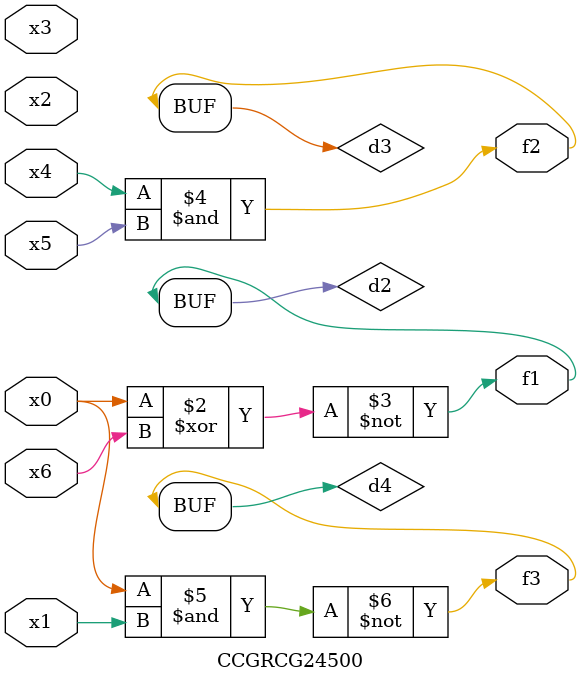
<source format=v>
module CCGRCG24500(
	input x0, x1, x2, x3, x4, x5, x6,
	output f1, f2, f3
);

	wire d1, d2, d3, d4;

	nor (d1, x0);
	xnor (d2, x0, x6);
	and (d3, x4, x5);
	nand (d4, x0, x1);
	assign f1 = d2;
	assign f2 = d3;
	assign f3 = d4;
endmodule

</source>
